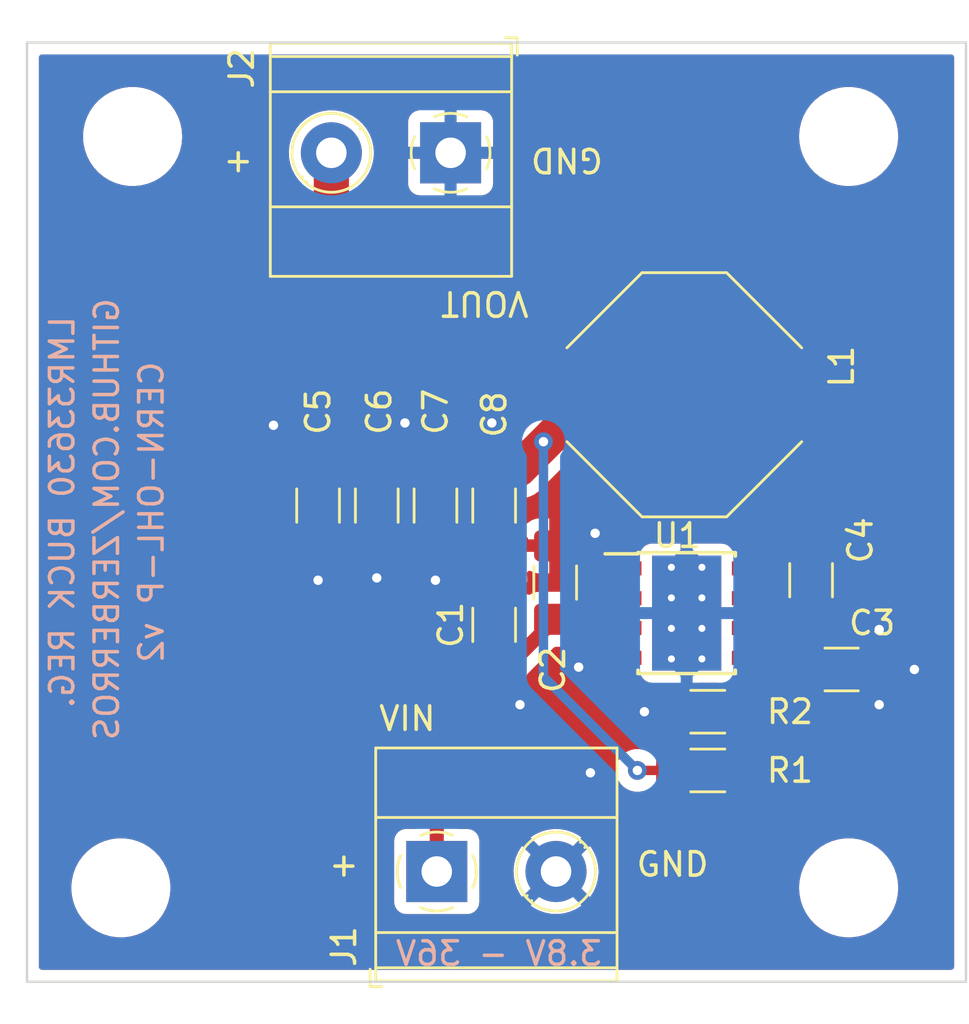
<source format=kicad_pcb>
(kicad_pcb (version 20210228) (generator pcbnew)
  (layers (0 "F.Cu" signal) (31 "B.Cu" signal) (34 "B.Paste" user) (35 "F.Paste" user) (36 "B.SilkS" user "B.Silkscreen") (37 "F.SilkS" user "F.Silkscreen") (38 "B.Mask" user) (39 "F.Mask" user) (44 "Edge.Cuts" user))
  (net 0 "")
  (net 1 "GND")
  (net 2 "Net-(C4-Pad1)")
  (net 3 "Net-(C4-Pad2)")
  (net 4 "Net-(C3-Pad1)")
  (net 5 "Net-(R1-Pad2)")
  (net 7 "VIN")
  (net 8 "VOUT")
  (footprint "Capacitor_SMD:C_1206_3216Metric_Pad1.33x1.80mm_HandSolder" (layer "F.Cu") (at 117.4 79.72 -90)
    (fp_text reference "C7" (at -4 0 90) (layer "F.SilkS"))
    (fp_text value "22uF")
    (fp_line (start -0.711252 0.91) (end 0.711252 0.91) (layer "F.SilkS") (width 0.12))
    (fp_line (start -0.711252 -0.91) (end 0.711252 -0.91) (layer "F.SilkS") (width 0.12))
    (pad "1" smd roundrect (at -1.5625 0 270) (size 1.325 1.8) (layers "F.Cu" "F.Paste" "F.Mask") (roundrect_rratio 0.1886792452830189) (net 8 "VOUT"))
    (pad "2" smd roundrect (at 1.5625 0 270) (size 1.325 1.8) (layers "F.Cu" "F.Paste" "F.Mask") (roundrect_rratio 0.1886792452830189) (net 1 "GND"))
  )
  (footprint "Capacitor_SMD:C_1206_3216Metric_Pad1.33x1.80mm_HandSolder" (layer "F.Cu") (at 119.9 79.72 -90)
    (fp_text reference "C8" (at -3.88 0 90) (layer "F.SilkS"))
    (fp_text value "22uF")
    (fp_line (start -0.711252 -0.91) (end 0.711252 -0.91) (layer "F.SilkS") (width 0.12))
    (fp_line (start -0.711252 0.91) (end 0.711252 0.91) (layer "F.SilkS") (width 0.12))
    (pad "1" smd roundrect (at -1.5625 0 270) (size 1.325 1.8) (layers "F.Cu" "F.Paste" "F.Mask") (roundrect_rratio 0.1886792452830189) (net 8 "VOUT"))
    (pad "2" smd roundrect (at 1.5625 0 270) (size 1.325 1.8) (layers "F.Cu" "F.Paste" "F.Mask") (roundrect_rratio 0.1886792452830189) (net 1 "GND"))
  )
  (footprint "MountingHole:MountingHole_3.2mm_M3" (layer "F.Cu") (at 104.5 64)
    (fp_text reference "H3" hide)
    (fp_text value "MountingHole")
    (pad "1" np_thru_hole circle (at 0 0) (size 3.2 3.2) (drill 3.2) (layers *.Cu *.Mask))
  )
  (footprint "MountingHole:MountingHole_3.2mm_M3" (layer "F.Cu") (at 104 96)
    (fp_text reference "H1" hide)
    (fp_text value "MountingHole")
    (pad "1" np_thru_hole circle (at 0 0) (size 3.2 3.2) (drill 3.2) (layers *.Cu *.Mask))
  )
  (footprint "Capacitor_SMD:C_1206_3216Metric_Pad1.33x1.80mm_HandSolder" (layer "F.Cu") (at 133.4 82.9 -90)
    (fp_text reference "C4" (at -1.7 -2.1 90) (layer "F.SilkS"))
    (fp_text value "100nF")
    (fp_line (start -0.711252 0.91) (end 0.711252 0.91) (layer "F.SilkS") (width 0.12))
    (fp_line (start -0.711252 -0.91) (end 0.711252 -0.91) (layer "F.SilkS") (width 0.12))
    (pad "1" smd roundrect (at -1.5625 0 270) (size 1.325 1.8) (layers "F.Cu" "F.Paste" "F.Mask") (roundrect_rratio 0.1886792452830189) (net 2 "Net-(C4-Pad1)"))
    (pad "2" smd roundrect (at 1.5625 0 270) (size 1.325 1.8) (layers "F.Cu" "F.Paste" "F.Mask") (roundrect_rratio 0.1886792452830189) (net 3 "Net-(C4-Pad2)"))
  )
  (footprint "Resistor_SMD:R_1206_3216Metric_Pad1.30x1.75mm_HandSolder" (layer "F.Cu") (at 129 88.5 180)
    (fp_text reference "R2" (at -3.5 0) (layer "F.SilkS"))
    (fp_text value "43.3kΩ")
    (fp_line (start -0.727064 0.91) (end 0.727064 0.91) (layer "F.SilkS") (width 0.12))
    (fp_line (start -0.727064 -0.91) (end 0.727064 -0.91) (layer "F.SilkS") (width 0.12))
    (pad "1" smd roundrect (at -1.55 0 180) (size 1.3 1.75) (layers "F.Cu" "F.Paste" "F.Mask") (roundrect_rratio 0.1923076923076923) (net 5 "Net-(R1-Pad2)"))
    (pad "2" smd roundrect (at 1.55 0 180) (size 1.3 1.75) (layers "F.Cu" "F.Paste" "F.Mask") (roundrect_rratio 0.1923076923076923) (net 1 "GND"))
  )
  (footprint "Capacitor_SMD:C_1206_3216Metric_Pad1.33x1.80mm_HandSolder" (layer "F.Cu") (at 119.9 84.8 90)
    (fp_text reference "C1" (at 0 -1.85 90) (layer "F.SilkS"))
    (fp_text value "10uF")
    (fp_line (start -0.711252 -0.91) (end 0.711252 -0.91) (layer "F.SilkS") (width 0.12))
    (fp_line (start -0.711252 0.91) (end 0.711252 0.91) (layer "F.SilkS") (width 0.12))
    (pad "1" smd roundrect (at -1.5625 0 90) (size 1.325 1.8) (layers "F.Cu" "F.Paste" "F.Mask") (roundrect_rratio 0.1886792452830189) (net 7 "VIN"))
    (pad "2" smd roundrect (at 1.5625 0 90) (size 1.325 1.8) (layers "F.Cu" "F.Paste" "F.Mask") (roundrect_rratio 0.1886792452830189) (net 1 "GND"))
  )
  (footprint "Capacitor_SMD:C_1206_3216Metric_Pad1.33x1.80mm_HandSolder" (layer "F.Cu") (at 134.7 86.7)
    (fp_text reference "C3" (at 1.3 -1.98) (layer "F.SilkS"))
    (fp_text value "1uF")
    (fp_line (start -0.711252 0.91) (end 0.711252 0.91) (layer "F.SilkS") (width 0.12))
    (fp_line (start -0.711252 -0.91) (end 0.711252 -0.91) (layer "F.SilkS") (width 0.12))
    (pad "1" smd roundrect (at -1.5625 0) (size 1.325 1.8) (layers "F.Cu" "F.Paste" "F.Mask") (roundrect_rratio 0.1886792452830189) (net 4 "Net-(C3-Pad1)"))
    (pad "2" smd roundrect (at 1.5625 0) (size 1.325 1.8) (layers "F.Cu" "F.Paste" "F.Mask") (roundrect_rratio 0.1886792452830189) (net 1 "GND"))
  )
  (footprint "TerminalBlock_Phoenix:TerminalBlock_Phoenix_MKDS-1,5-2-5.08_1x02_P5.08mm_Horizontal" (layer "F.Cu") (at 118.045 64.695 180)
    (fp_text reference "J2" (at 8.9 3.6 90) (layer "F.SilkS"))
    (fp_text value "Conn_01x02")
    (fp_line (start 7.68 -5.261) (end 7.68 4.66) (layer "F.SilkS") (width 0.12))
    (fp_line (start -2.6 -5.261) (end 7.68 -5.261) (layer "F.SilkS") (width 0.12))
    (fp_line (start -2.6 2.6) (end 7.68 2.6) (layer "F.SilkS") (width 0.12))
    (fp_line (start 6.355 -1.069) (end 6.308 -1.023) (layer "F.SilkS") (width 0.12))
    (fp_line (start -2.6 4.1) (end 7.68 4.1) (layer "F.SilkS") (width 0.12))
    (fp_line (start -2.84 4.9) (end -2.34 4.9) (layer "F.SilkS") (width 0.12))
    (fp_line (start 4.046 1.239) (end 4.011 1.274) (layer "F.SilkS") (width 0.12))
    (fp_line (start -2.6 -2.301) (end 7.68 -2.301) (layer "F.SilkS") (width 0.12))
    (fp_line (start 3.853 1.023) (end 3.806 1.069) (layer "F.SilkS") (width 0.12))
    (fp_line (start -2.84 4.16) (end -2.84 4.9) (layer "F.SilkS") (width 0.12))
    (fp_line (start -2.6 4.66) (end 7.68 4.66) (layer "F.SilkS") (width 0.12))
    (fp_line (start -2.6 -5.261) (end -2.6 4.66) (layer "F.SilkS") (width 0.12))
    (fp_line (start 6.15 -1.275) (end 6.115 -1.239) (layer "F.SilkS") (width 0.12))
    (fp_arc (start 0 0) (end -1.535 -0.684) (angle -48) (layer "F.SilkS") (width 0.12))
    (fp_arc (start 0 0) (end 0.684 -1.535) (angle -48) (layer "F.SilkS") (width 0.12))
    (fp_arc (start 0 0) (end 0 1.68) (angle -24) (layer "F.SilkS") (width 0.12))
    (fp_arc (start 0 0) (end 1.535 0.684) (angle -48) (layer "F.SilkS") (width 0.12))
    (fp_arc (start 0 0) (end -0.684 1.535) (angle -25) (layer "F.SilkS") (width 0.12))
    (fp_circle (center 5.08 0) (end 6.76 0) (layer "F.SilkS") (width 0.12) (fill none))
    (pad "1" thru_hole rect (at 0 0 180) (size 2.6 2.6) (drill 1.3) (layers *.Cu *.Mask) (net 1 "GND"))
    (pad "2" thru_hole circle (at 5.08 0 180) (size 2.6 2.6) (drill 1.3) (layers *.Cu *.Mask) (net 8 "VOUT"))
  )
  (footprint "Capacitor_SMD:C_1206_3216Metric_Pad1.33x1.80mm_HandSolder" (layer "F.Cu") (at 112.4 79.72 -90)
    (fp_text reference "C5" (at -4 0 90) (layer "F.SilkS"))
    (fp_text value "22uF")
    (fp_line (start -0.711252 0.91) (end 0.711252 0.91) (layer "F.SilkS") (width 0.12))
    (fp_line (start -0.711252 -0.91) (end 0.711252 -0.91) (layer "F.SilkS") (width 0.12))
    (pad "1" smd roundrect (at -1.5625 0 270) (size 1.325 1.8) (layers "F.Cu" "F.Paste" "F.Mask") (roundrect_rratio 0.1886792452830189) (net 8 "VOUT"))
    (pad "2" smd roundrect (at 1.5625 0 270) (size 1.325 1.8) (layers "F.Cu" "F.Paste" "F.Mask") (roundrect_rratio 0.1886792452830189) (net 1 "GND"))
  )
  (footprint "Package_SO:Texas_HSOP-8-1EP_3.9x4.9mm_P1.27mm_ThermalVias" (layer "F.Cu") (at 128.1 84.3)
    (fp_text reference "U1" (at -0.4 -3.3) (layer "F.SilkS"))
    (fp_text value "LMR33630ADDA")
    (fp_line (start -2.075 -2.575) (end -2.075 -2.525) (layer "F.SilkS") (width 0.15))
    (fp_line (start -2.075 -2.575) (end 2.075 -2.575) (layer "F.SilkS") (width 0.15))
    (fp_line (start -2.075 -2.525) (end -3.475 -2.525) (layer "F.SilkS") (width 0.15))
    (fp_line (start -2.075 2.575) (end 2.075 2.575) (layer "F.SilkS") (width 0.15))
    (fp_line (start 2.075 -2.575) (end 2.075 -2.43) (layer "F.SilkS") (width 0.15))
    (fp_line (start -2.075 2.575) (end -2.075 2.43) (layer "F.SilkS") (width 0.15))
    (fp_line (start 2.075 2.575) (end 2.075 2.43) (layer "F.SilkS") (width 0.15))
    (pad "1" smd rect (at -2.7 -1.905) (size 1.55 0.6) (layers "F.Cu" "F.Paste" "F.Mask") (net 1 "GND"))
    (pad "2" smd rect (at -2.7 -0.635) (size 1.55 0.6) (layers "F.Cu" "F.Paste" "F.Mask") (net 7 "VIN"))
    (pad "3" smd rect (at -2.7 0.635) (size 1.55 0.6) (layers "F.Cu" "F.Paste" "F.Mask") (net 7 "VIN"))
    (pad "4" smd rect (at -2.7 1.905) (size 1.55 0.6) (layers "F.Cu" "F.Paste" "F.Mask"))
    (pad "5" smd rect (at 2.7 1.905) (size 1.55 0.6) (layers "F.Cu" "F.Paste" "F.Mask") (net 5 "Net-(R1-Pad2)"))
    (pad "6" smd rect (at 2.7 0.635) (size 1.55 0.6) (layers "F.Cu" "F.Paste" "F.Mask") (net 4 "Net-(C3-Pad1)"))
    (pad "7" smd rect (at 2.7 -0.635) (size 1.55 0.6) (layers "F.Cu" "F.Paste" "F.Mask") (net 3 "Net-(C4-Pad2)"))
    (pad "8" smd rect (at 2.7 -1.905) (size 1.55 0.6) (layers "F.Cu" "F.Paste" "F.Mask") (net 2 "Net-(C4-Pad1)"))
    (pad "9" thru_hole circle (at 0.65 0.65) (size 0.6 0.6) (drill 0.3) (layers *.Cu) (net 1 "GND"))
    (pad "9" thru_hole circle (at -0.65 1.95) (size 0.6 0.6) (drill 0.3) (layers *.Cu) (net 1 "GND"))
    (pad "9" thru_hole circle (at -0.65 -0.65) (size 0.6 0.6) (drill 0.3) (layers *.Cu) (net 1 "GND"))
    (pad "9" thru_hole circle (at -0.65 0.65) (size 0.6 0.6) (drill 0.3) (layers *.Cu) (net 1 "GND"))
    (pad "9" smd rect (at 0 0) (size 2.95 4.9) (layers "F.Cu") (net 1 "GND"))
    (pad "9" thru_hole circle (at -0.65 -1.95) (size 0.6 0.6) (drill 0.3) (layers *.Cu) (net 1 "GND"))
    (pad "9" thru_hole circle (at 0.65 1.95) (size 0.6 0.6) (drill 0.3) (layers *.Cu) (net 1 "GND"))
    (pad "9" thru_hole circle (at 0.65 -0.65) (size 0.6 0.6) (drill 0.3) (layers *.Cu) (net 1 "GND"))
    (pad "9" smd rect (at 0 0) (size 2.95 4.9) (layers "B.Cu") (net 1 "GND"))
    (pad "9" thru_hole circle (at 0.65 -1.95) (size 0.6 0.6) (drill 0.3) (layers *.Cu) (net 1 "GND"))
  )
  (footprint "MountingHole:MountingHole_3.2mm_M3" (layer "F.Cu") (at 135 64)
    (fp_text reference "H4" hide)
    (fp_text value "MountingHole")
    (pad "1" np_thru_hole circle (at 0 0) (size 3.2 3.2) (drill 3.2) (layers *.Cu *.Mask))
  )
  (footprint "MountingHole:MountingHole_3.2mm_M3" (layer "F.Cu") (at 135 96)
    (fp_text reference "H2" hide)
    (fp_text value "MountingHole")
    (pad "1" np_thru_hole circle (at 0 0) (size 3.2 3.2) (drill 3.2) (layers *.Cu *.Mask))
  )
  (footprint "Inductor_SMD:L_Bourns-SRU1028_10.0x10.0mm" (layer "F.Cu") (at 128 75 180)
    (fp_text reference "L1" (at -6.7 1.2 90) (layer "F.SilkS"))
    (fp_text value "6.8uH, 14mΩ")
    (fp_line (start 1.8 -5.2) (end 5 -2) (layer "F.SilkS") (width 0.12))
    (fp_line (start -1.8 -5.2) (end 1.8 -5.2) (layer "F.SilkS") (width 0.12))
    (fp_line (start 1.8 5.2) (end 5 2) (layer "F.SilkS") (width 0.12))
    (fp_line (start 1.8 5.2) (end -1.8 5.2) (layer "F.SilkS") (width 0.12))
    (fp_line (start -1.8 5.2) (end -5 2) (layer "F.SilkS") (width 0.12))
    (fp_line (start -1.8 -5.2) (end -5 -2) (layer "F.SilkS") (width 0.12))
    (pad "1" smd rect (at -4.5 0 180) (size 1.8 3.6) (layers "F.Cu" "F.Paste" "F.Mask") (net 2 "Net-(C4-Pad1)"))
    (pad "2" smd rect (at 4.5 0 180) (size 1.8 3.6) (layers "F.Cu" "F.Paste" "F.Mask") (net 8 "VOUT"))
  )
  (footprint "Capacitor_SMD:C_1206_3216Metric_Pad1.33x1.80mm_HandSolder" (layer "F.Cu") (at 114.9 79.72 -90)
    (fp_text reference "C6" (at -4 -0.1 90) (layer "F.SilkS"))
    (fp_text value "22uF")
    (fp_line (start -0.711252 0.91) (end 0.711252 0.91) (layer "F.SilkS") (width 0.12))
    (fp_line (start -0.711252 -0.91) (end 0.711252 -0.91) (layer "F.SilkS") (width 0.12))
    (pad "1" smd roundrect (at -1.5625 0 270) (size 1.325 1.8) (layers "F.Cu" "F.Paste" "F.Mask") (roundrect_rratio 0.1886792452830189) (net 8 "VOUT"))
    (pad "2" smd roundrect (at 1.5625 0 270) (size 1.325 1.8) (layers "F.Cu" "F.Paste" "F.Mask") (roundrect_rratio 0.1886792452830189) (net 1 "GND"))
  )
  (footprint "Capacitor_SMD:C_1206_3216Metric_Pad1.33x1.80mm_HandSolder" (layer "F.Cu") (at 122.5 83 90)
    (fp_text reference "C2" (at -3.72 -0.1 90) (layer "F.SilkS"))
    (fp_text value "220nF")
    (fp_line (start -0.711252 -0.91) (end 0.711252 -0.91) (layer "F.SilkS") (width 0.12))
    (fp_line (start -0.711252 0.91) (end 0.711252 0.91) (layer "F.SilkS") (width 0.12))
    (pad "1" smd roundrect (at -1.5625 0 90) (size 1.325 1.8) (layers "F.Cu" "F.Paste" "F.Mask") (roundrect_rratio 0.1886792452830189) (net 7 "VIN"))
    (pad "2" smd roundrect (at 1.5625 0 90) (size 1.325 1.8) (layers "F.Cu" "F.Paste" "F.Mask") (roundrect_rratio 0.1886792452830189) (net 1 "GND"))
  )
  (footprint "Resistor_SMD:R_1206_3216Metric_Pad1.30x1.75mm_HandSolder" (layer "F.Cu") (at 129 91)
    (fp_text reference "R1" (at 3.5 0) (layer "F.SilkS"))
    (fp_text value "100kΩ")
    (fp_line (start -0.727064 -0.91) (end 0.727064 -0.91) (layer "F.SilkS") (width 0.12))
    (fp_line (start -0.727064 0.91) (end 0.727064 0.91) (layer "F.SilkS") (width 0.12))
    (pad "1" smd roundrect (at -1.55 0) (size 1.3 1.75) (layers "F.Cu" "F.Paste" "F.Mask") (roundrect_rratio 0.1923076923076923) (net 8 "VOUT"))
    (pad "2" smd roundrect (at 1.55 0) (size 1.3 1.75) (layers "F.Cu" "F.Paste" "F.Mask") (roundrect_rratio 0.1923076923076923) (net 5 "Net-(R1-Pad2)"))
  )
  (footprint "TerminalBlock_Phoenix:TerminalBlock_Phoenix_MKDS-1,5-2-5.08_1x02_P5.08mm_Horizontal" (layer "F.Cu") (at 117.455 95.305)
    (fp_text reference "J1" (at -3.955 3.195 90) (layer "F.SilkS"))
    (fp_text value "Conn_01x02")
    (fp_line (start -2.6 -5.261) (end 7.68 -5.261) (layer "F.SilkS") (width 0.12))
    (fp_line (start -2.84 4.9) (end -2.34 4.9) (layer "F.SilkS") (width 0.12))
    (fp_line (start -2.6 4.1) (end 7.68 4.1) (layer "F.SilkS") (width 0.12))
    (fp_line (start 6.15 -1.275) (end 6.115 -1.239) (layer "F.SilkS") (width 0.12))
    (fp_line (start -2.84 4.16) (end -2.84 4.9) (layer "F.SilkS") (width 0.12))
    (fp_line (start -2.6 4.66) (end 7.68 4.66) (layer "F.SilkS") (width 0.12))
    (fp_line (start -2.6 -2.301) (end 7.68 -2.301) (layer "F.SilkS") (width 0.12))
    (fp_line (start 7.68 -5.261) (end 7.68 4.66) (layer "F.SilkS") (width 0.12))
    (fp_line (start -2.6 2.6) (end 7.68 2.6) (layer "F.SilkS") (width 0.12))
    (fp_line (start -2.6 -5.261) (end -2.6 4.66) (layer "F.SilkS") (width 0.12))
    (fp_line (start 3.853 1.023) (end 3.806 1.069) (layer "F.SilkS") (width 0.12))
    (fp_line (start 4.046 1.239) (end 4.011 1.274) (layer "F.SilkS") (width 0.12))
    (fp_line (start 6.355 -1.069) (end 6.308 -1.023) (layer "F.SilkS") (width 0.12))
    (fp_arc (start 0 0) (end 0 1.68) (angle -24) (layer "F.SilkS") (width 0.12))
    (fp_arc (start 0 0) (end -1.535 -0.684) (angle -48) (layer "F.SilkS") (width 0.12))
    (fp_arc (start 0 0) (end -0.684 1.535) (angle -25) (layer "F.SilkS") (width 0.12))
    (fp_arc (start 0 0) (end 0.684 -1.535) (angle -48) (layer "F.SilkS") (width 0.12))
    (fp_arc (start 0 0) (end 1.535 0.684) (angle -48) (layer "F.SilkS") (width 0.12))
    (fp_circle (center 5.08 0) (end 6.76 0) (layer "F.SilkS") (width 0.12) (fill none))
    (pad "1" thru_hole rect (at 0 0) (size 2.6 2.6) (drill 1.3) (layers *.Cu *.Mask) (net 7 "VIN"))
    (pad "2" thru_hole circle (at 5.08 0) (size 2.6 2.6) (drill 1.3) (layers *.Cu *.Mask) (net 1 "GND"))
  )
  (gr_line (start 100 100) (end 100 60) (layer "Edge.Cuts") (width 0.1))
  (gr_line (start 100 60) (end 140 60) (layer "Edge.Cuts") (width 0.1))
  (gr_line (start 140 60) (end 140 100) (layer "Edge.Cuts") (width 0.1))
  (gr_line (start 140 100) (end 100 100) (layer "Edge.Cuts") (width 0.1))
  (gr_text "GITHUB.COM/ZERBERROS" (at 103.4 80.3 90) (layer "B.SilkS") (effects (font (size 1 1)) (justify mirror)))
  (gr_text "3.8V - 36V" (at 120.1 98.8) (layer "B.SilkS") (effects (font (size 1 1)) (justify mirror)))
  (gr_text "CERN-OHL-P v2" (at 105.3 80 90) (layer "B.SilkS") (effects (font (size 1 1)) (justify mirror)))
  (gr_text "LMR33630 BUCK REG." (at 101.5 80 90) (layer "B.SilkS") (effects (font (size 1 1)) (justify mirror)))
  (gr_text "GND\n" (at 127.5 95.0045) (layer "F.SilkS") (effects (font (size 1 1))))
  (gr_text "VOUT\n\n\n" (at 119.5 69.5 180) (layer "F.SilkS") (effects (font (size 1 1))))
  (gr_text "VIN\n\n" (at 116.2 89.6) (layer "F.SilkS") (effects (font (size 1 1))))
  (gr_text "+" (at 113.5 95) (layer "F.SilkS") (effects (font (size 1 1))))
  (gr_text "+" (at 109 65) (layer "F.SilkS") (effects (font (size 1 1))))
  (gr_text "GND\n" (at 123 65 180) (layer "F.SilkS") (effects (font (size 1 1))))
  (segment (start 123.4575 82.395) (end 122.5 81.4375) (width 0.25) (layer "F.Cu") (net 1))
  (segment (start 119.9 81.2825) (end 119.9 83.2375) (width 0.25) (layer "F.Cu") (net 1))
  (segment (start 122.345 81.2825) (end 122.5 81.4375) (width 0.25) (layer "F.Cu") (net 1))
  (segment (start 125.4 82.395) (end 123.4575 82.395) (width 0.25) (layer "F.Cu") (net 1))
  (segment (start 112.4 81.2825) (end 122.345 81.2825) (width 0.25) (layer "F.Cu") (net 1))
  (segment (start 127.45 88.5) (end 126.3 88.5) (width 0.4) (layer "F.Cu") (net 1))
  (via (at 114.9 82.8) (size 0.8) (drill 0.4) (layers "F.Cu" "B.Cu") (net 1))
  (via (at 136.3 88.2) (size 0.8) (drill 0.4) (layers "F.Cu" "B.Cu") (net 1))
  (via (at 123.5 86.6) (size 0.8) (drill 0.4) (layers "F.Cu" "B.Cu") (net 1))
  (via (at 137.8 86.7) (size 0.8) (drill 0.4) (layers "F.Cu" "B.Cu") (net 1))
  (via (at 121 88.2) (size 0.8) (drill 0.4) (layers "F.Cu" "B.Cu") (net 1))
  (via (at 116.1 76.2) (size 0.8) (drill 0.4) (layers "F.Cu" "B.Cu") (net 1))
  (via (at 117.4 82.9) (size 0.8) (drill 0.4) (layers "F.Cu" "B.Cu") (net 1))
  (via (at 124 91.1) (size 0.8) (drill 0.4) (layers "F.Cu" "B.Cu") (net 1))
  (via (at 112.4 82.9) (size 0.8) (drill 0.4) (layers "F.Cu" "B.Cu") (net 1))
  (via (at 119.8 76.2) (size 0.8) (drill 0.4) (layers "F.Cu" "B.Cu") (net 1))
  (via (at 124.2 80.9) (size 0.8) (drill 0.4) (layers "F.Cu" "B.Cu") (net 1))
  (via (at 110.5 76.3) (size 0.8) (drill 0.4) (layers "F.Cu" "B.Cu") (net 1))
  (via (at 136.3 85) (size 0.8) (drill 0.4) (layers "F.Cu" "B.Cu") (net 1))
  (via (at 126.3 88.5) (size 0.8) (drill 0.4) (layers "F.Cu" "B.Cu") (net 1))
  (segment (start 132.5 79.5) (end 133.4 80.4) (width 1.5) (layer "F.Cu") (net 2))
  (segment (start 133.4 80.4) (end 133.4 81.3375) (width 1.5) (layer "F.Cu") (net 2))
  (segment (start 130.8 82.395) (end 132.3425 82.395) (width 0.6) (layer "F.Cu") (net 2))
  (segment (start 132.5 75) (end 132.5 79.5) (width 1.5) (layer "F.Cu") (net 2))
  (segment (start 132.3425 82.395) (end 133.4 81.3375) (width 0.6) (layer "F.Cu") (net 2))
  (segment (start 130.8 83.665) (end 132.6025 83.665) (width 0.6) (layer "F.Cu") (net 3))
  (segment (start 132.6025 83.665) (end 133.4 84.4625) (width 0.6) (layer "F.Cu") (net 3))
  (segment (start 131.3725 84.935) (end 133.1375 86.7) (width 0.4) (layer "F.Cu") (net 4))
  (segment (start 130.8 84.935) (end 131.3725 84.935) (width 0.4) (layer "F.Cu") (net 4))
  (segment (start 130.8 86.205) (end 130.8 87.75) (width 0.4) (layer "F.Cu") (net 5))
  (segment (start 130.55 88.5) (end 130.55 91) (width 0.4) (layer "F.Cu") (net 5))
  (segment (start 122.5 84.5625) (end 123.8625 84.5625) (width 0.6) (layer "F.Cu") (net 7))
  (segment (start 119.9 86.3625) (end 120.7 86.3625) (width 0.6) (layer "F.Cu") (net 7))
  (segment (start 117.455 88.8075) (end 119.9 86.3625) (width 0.6) (layer "F.Cu") (net 7))
  (segment (start 123.8625 84.5625) (end 124.235 84.935) (width 0.6) (layer "F.Cu") (net 7))
  (segment (start 117.455 95.305) (end 117.455 88.8075) (width 0.6) (layer "F.Cu") (net 7))
  (segment (start 120.7 86.3625) (end 122.5 84.5625) (width 0.6) (layer "F.Cu") (net 7))
  (segment (start 125.4 83.665) (end 125.4 84.935) (width 0.4) (layer "F.Cu") (net 7))
  (segment (start 124.235 84.935) (end 125.4 84.935) (width 0.6) (layer "F.Cu") (net 7))
  (segment (start 119.9 78.1575) (end 113.4575 78.1575) (width 1.5) (layer "F.Cu") (net 8))
  (segment (start 112.965 77.665) (end 113.4575 78.1575) (width 1.5) (layer "F.Cu") (net 8))
  (segment (start 120.9625 78.1575) (end 119.9 78.1575) (width 1.5) (layer "F.Cu") (net 8))
  (segment (start 123.5 75.62) (end 120.9625 78.1575) (width 1.5) (layer "F.Cu") (net 8))
  (segment (start 113.4575 78.1575) (end 112.4 78.1575) (width 1.5) (layer "F.Cu") (net 8))
  (segment (start 123.5 75.62) (end 122.365 76.755) (width 1.5) (layer "F.Cu") (net 8))
  (segment (start 127.45 91) (end 126 91) (width 0.4) (layer "F.Cu") (net 8))
  (segment (start 123.5 75) (end 123.5 75.62) (width 1.5) (layer "F.Cu") (net 8))
  (segment (start 112.965 64.695) (end 112.965 77.665) (width 1.5) (layer "F.Cu") (net 8))
  (via (at 126 91) (size 0.8) (drill 0.4) (layers "F.Cu" "B.Cu") (net 8))
  (via (at 122 77) (size 0.8) (drill 0.4) (layers "F.Cu" "B.Cu") (net 8))
  (segment (start 126 91) (end 122 87) (width 0.4) (layer "B.Cu") (net 8))
  (segment (start 122 87) (end 122 77) (width 0.4) (layer "B.Cu") (net 8))
  (zone (net 1) (net_name "GND") (layers F&B.Cu) (connect_pads (clearance 0.508)) (min_thickness 0.254) (fill yes (thermal_gap 0.508) (thermal_bridge_width 0.508))
    (polygon (pts (xy 140 100) (xy 100 100) (xy 100 60) (xy 140 60)))
  )
)
</source>
